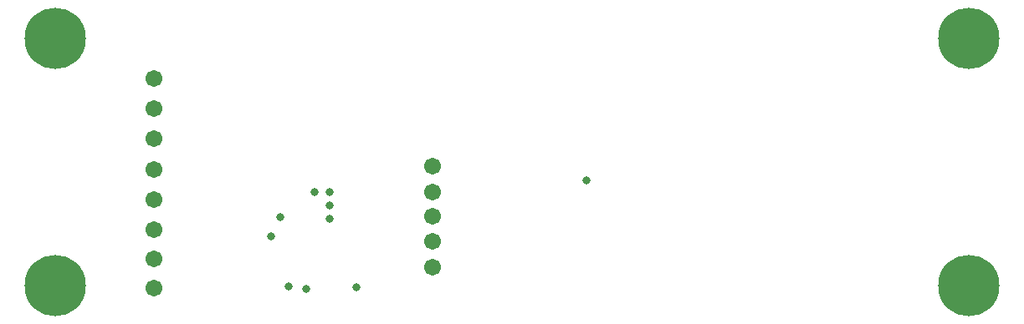
<source format=gbs>
G04*
G04 #@! TF.GenerationSoftware,Altium Limited,Altium Designer,19.0.14 (431)*
G04*
G04 Layer_Color=16711935*
%FSLAX25Y25*%
%MOIN*%
G70*
G01*
G75*
%ADD35C,0.06706*%
%ADD36C,0.03162*%
%ADD37C,0.24422*%
D35*
X93307Y112657D02*
D03*
Y64567D02*
D03*
Y88157D02*
D03*
Y76157D02*
D03*
Y53110D02*
D03*
Y136658D02*
D03*
Y100437D02*
D03*
Y124563D02*
D03*
X204331Y61417D02*
D03*
Y71653D02*
D03*
Y81496D02*
D03*
Y91339D02*
D03*
Y101575D02*
D03*
D36*
X265551Y96063D02*
D03*
X157283Y91388D02*
D03*
X174016Y53347D02*
D03*
X153937Y52559D02*
D03*
X146850Y53740D02*
D03*
X140157Y73488D02*
D03*
X143626Y81362D02*
D03*
X163386Y80709D02*
D03*
Y91339D02*
D03*
Y85827D02*
D03*
D37*
X418110Y152756D02*
D03*
Y53937D02*
D03*
X53937Y152756D02*
D03*
Y53937D02*
D03*
M02*

</source>
